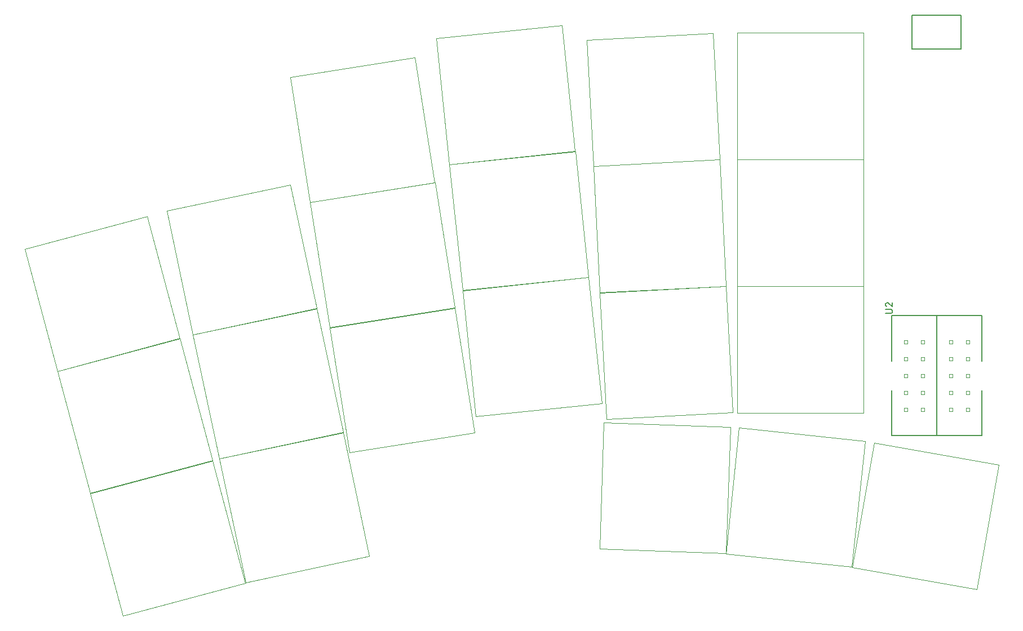
<source format=gbr>
%TF.GenerationSoftware,KiCad,Pcbnew,(6.0.0-0)*%
%TF.CreationDate,2022-02-08T20:15:09+07:00*%
%TF.ProjectId,kibod-01-mirrored-rev2,6b69626f-642d-4303-912d-6d6972726f72,rev?*%
%TF.SameCoordinates,Original*%
%TF.FileFunction,OtherDrawing,Comment*%
%FSLAX46Y46*%
G04 Gerber Fmt 4.6, Leading zero omitted, Abs format (unit mm)*
G04 Created by KiCad (PCBNEW (6.0.0-0)) date 2022-02-08 20:15:09*
%MOMM*%
%LPD*%
G01*
G04 APERTURE LIST*
%ADD10C,0.150000*%
%ADD11C,0.120000*%
%ADD12C,0.066040*%
%ADD13C,0.203200*%
%ADD14C,0.200000*%
G04 APERTURE END LIST*
D10*
%TO.C,U2*%
X143602284Y-59471153D02*
X144411808Y-59471153D01*
X144507046Y-59423534D01*
X144554665Y-59375915D01*
X144602284Y-59280677D01*
X144602284Y-59090201D01*
X144554665Y-58994963D01*
X144507046Y-58947344D01*
X144411808Y-58899725D01*
X143602284Y-58899725D01*
X143697523Y-58471153D02*
X143649904Y-58423534D01*
X143602284Y-58328296D01*
X143602284Y-58090201D01*
X143649904Y-57994963D01*
X143697523Y-57947344D01*
X143792761Y-57899725D01*
X143887999Y-57899725D01*
X144030856Y-57947344D01*
X144602284Y-58518772D01*
X144602284Y-57899725D01*
D11*
%TO.C,K-0-0*%
X14279797Y-49883762D02*
X32632387Y-44966200D01*
X37549949Y-63318790D02*
X19197359Y-68236352D01*
X32632387Y-44966200D02*
X37549949Y-63318790D01*
X19197359Y-68236352D02*
X14279797Y-49883762D01*
%TO.C,K-0-1*%
X39538891Y-62684740D02*
X35588569Y-44099936D01*
X54173373Y-40149614D02*
X58123695Y-58734418D01*
X58123695Y-58734418D02*
X39538891Y-62684740D01*
X35588569Y-44099936D02*
X54173373Y-40149614D01*
%TO.C,K-0-2*%
X54139292Y-24040315D02*
X72905371Y-21068060D01*
X57111547Y-42806394D02*
X54139292Y-24040315D01*
X72905371Y-21068060D02*
X75877626Y-39834139D01*
X75877626Y-39834139D02*
X57111547Y-42806394D01*
%TO.C,K-0-3*%
X94972367Y-16226711D02*
X96958407Y-35122627D01*
X76076451Y-18212751D02*
X94972367Y-16226711D01*
X78062491Y-37108667D02*
X76076451Y-18212751D01*
X96958407Y-35122627D02*
X78062491Y-37108667D01*
%TO.C,K-0-4*%
X117655035Y-17396132D02*
X118649418Y-36370093D01*
X99675457Y-37364476D02*
X98681074Y-18390515D01*
X98681074Y-18390515D02*
X117655035Y-17396132D01*
X118649418Y-36370093D02*
X99675457Y-37364476D01*
%TO.C,K-0-5*%
X140270357Y-17340828D02*
X140270357Y-36340828D01*
X121270357Y-36340828D02*
X121270357Y-17340828D01*
X121270357Y-17340828D02*
X140270357Y-17340828D01*
X140270357Y-36340828D02*
X121270357Y-36340828D01*
%TO.C,K-1-0*%
X42470745Y-81608744D02*
X24118155Y-86526306D01*
X37553183Y-63256154D02*
X42470745Y-81608744D01*
X19200593Y-68173716D02*
X37553183Y-63256154D01*
X24118155Y-86526306D02*
X19200593Y-68173716D01*
%TO.C,K-1-1*%
X43499605Y-81318452D02*
X39549283Y-62733648D01*
X62084409Y-77368130D02*
X43499605Y-81318452D01*
X58134087Y-58783326D02*
X62084409Y-77368130D01*
X39549283Y-62733648D02*
X58134087Y-58783326D01*
%TO.C,K-1-2*%
X75885445Y-39883522D02*
X78857700Y-58649601D01*
X57119366Y-42855777D02*
X75885445Y-39883522D01*
X78857700Y-58649601D02*
X60091621Y-61621856D01*
X60091621Y-61621856D02*
X57119366Y-42855777D01*
%TO.C,K-1-3*%
X80053759Y-56054307D02*
X78067719Y-37158391D01*
X96963635Y-35172351D02*
X98949675Y-54068267D01*
X98949675Y-54068267D02*
X80053759Y-56054307D01*
X78067719Y-37158391D02*
X96963635Y-35172351D01*
%TO.C,K-1-4*%
X100672456Y-56388368D02*
X99678073Y-37414407D01*
X99678073Y-37414407D02*
X118652034Y-36420024D01*
X119646417Y-55393985D02*
X100672456Y-56388368D01*
X118652034Y-36420024D02*
X119646417Y-55393985D01*
%TO.C,K-1-5*%
X140270357Y-55390828D02*
X121270357Y-55390828D01*
X121270357Y-36390828D02*
X140270357Y-36390828D01*
X140270357Y-36390828D02*
X140270357Y-55390828D01*
X121270357Y-55390828D02*
X121270357Y-36390828D01*
%TO.C,K-2-0*%
X24131097Y-86574602D02*
X42483687Y-81657040D01*
X42483687Y-81657040D02*
X47401249Y-100009630D01*
X47401249Y-100009630D02*
X29048659Y-104927192D01*
X29048659Y-104927192D02*
X24131097Y-86574602D01*
%TO.C,K-2-1*%
X43510004Y-81367359D02*
X62094808Y-77417037D01*
X62094808Y-77417037D02*
X66045130Y-96001841D01*
X47460326Y-99952163D02*
X43510004Y-81367359D01*
X66045130Y-96001841D02*
X47460326Y-99952163D01*
%TO.C,K-2-2*%
X81837777Y-77465063D02*
X63071698Y-80437318D01*
X78865522Y-58698984D02*
X81837777Y-77465063D01*
X63071698Y-80437318D02*
X60099443Y-61671239D01*
X60099443Y-61671239D02*
X78865522Y-58698984D01*
%TO.C,K-2-3*%
X100940941Y-73013910D02*
X82045025Y-74999950D01*
X80058985Y-56104034D02*
X98954901Y-54117994D01*
X98954901Y-54117994D02*
X100940941Y-73013910D01*
X82045025Y-74999950D02*
X80058985Y-56104034D01*
%TO.C,K-2-4*%
X120643418Y-74417878D02*
X101669457Y-75412261D01*
X101669457Y-75412261D02*
X100675074Y-56438300D01*
X119649035Y-55443917D02*
X120643418Y-74417878D01*
X100675074Y-56438300D02*
X119649035Y-55443917D01*
%TO.C,K-2-5*%
X121270357Y-74440828D02*
X121270357Y-55440828D01*
X140270357Y-74440828D02*
X121270357Y-74440828D01*
X121270357Y-55440828D02*
X140270357Y-55440828D01*
X140270357Y-55440828D02*
X140270357Y-74440828D01*
%TO.C,K-3-3*%
X101277391Y-75914786D02*
X120265817Y-76577876D01*
X100614301Y-94903212D02*
X101277391Y-75914786D01*
X120265817Y-76577876D02*
X119602727Y-95566302D01*
X119602727Y-95566302D02*
X100614301Y-94903212D01*
%TO.C,K-3-4*%
X121593921Y-76721966D02*
X140489837Y-78708006D01*
X119607881Y-95617882D02*
X121593921Y-76721966D01*
X138503797Y-97603922D02*
X119607881Y-95617882D01*
X140489837Y-78708006D02*
X138503797Y-97603922D01*
%TO.C,K-3-5*%
X141850043Y-78951613D02*
X160561390Y-82250928D01*
X160561390Y-82250928D02*
X157262075Y-100962275D01*
X157262075Y-100962275D02*
X138550728Y-97662960D01*
X138550728Y-97662960D02*
X141850043Y-78951613D01*
D12*
%TO.C,J1*%
X146366453Y-69127147D02*
X146366453Y-68619147D01*
D13*
X144491933Y-59873927D02*
X151288973Y-59873927D01*
D12*
X146366453Y-71667147D02*
X146874453Y-71667147D01*
X148906453Y-71159147D02*
X149414453Y-71159147D01*
X146874453Y-71667147D02*
X146874453Y-71159147D01*
D13*
X144491933Y-77872367D02*
X151288973Y-77872367D01*
D12*
X149414453Y-66587147D02*
X149414453Y-66079147D01*
X148906453Y-66587147D02*
X149414453Y-66587147D01*
X146366453Y-66587147D02*
X146874453Y-66587147D01*
X149414453Y-71667147D02*
X149414453Y-71159147D01*
X149414453Y-74207147D02*
X149414453Y-73699147D01*
X148906453Y-64047147D02*
X149414453Y-64047147D01*
D13*
X144491933Y-77872367D02*
X144491933Y-71072787D01*
D12*
X148906453Y-74207147D02*
X148906453Y-73699147D01*
X146874453Y-71667147D02*
X146874453Y-71159147D01*
X148906453Y-71667147D02*
X149414453Y-71667147D01*
X146366453Y-63539147D02*
X146874453Y-63539147D01*
X148906453Y-73699147D02*
X149414453Y-73699147D01*
X148906453Y-69127147D02*
X149414453Y-69127147D01*
X149414453Y-71667147D02*
X149414453Y-71159147D01*
X146366453Y-73699147D02*
X146874453Y-73699147D01*
X146874453Y-69127147D02*
X146874453Y-68619147D01*
X146366453Y-71667147D02*
X146366453Y-71159147D01*
X146366453Y-64047147D02*
X146874453Y-64047147D01*
X146366453Y-66079147D02*
X146874453Y-66079147D01*
X148906453Y-71667147D02*
X148906453Y-71159147D01*
X148906453Y-71667147D02*
X148906453Y-71159147D01*
X148906453Y-68619147D02*
X149414453Y-68619147D01*
X148906453Y-74207147D02*
X149414453Y-74207147D01*
X146366453Y-71667147D02*
X146366453Y-71159147D01*
X146366453Y-71159147D02*
X146874453Y-71159147D01*
X148906453Y-64047147D02*
X148906453Y-63539147D01*
X148906453Y-71667147D02*
X149414453Y-71667147D01*
X146366453Y-74207147D02*
X146874453Y-74207147D01*
X146874453Y-74207147D02*
X146874453Y-73699147D01*
X146874453Y-64047147D02*
X146874453Y-63539147D01*
D13*
X144491933Y-59873927D02*
X144491933Y-66673507D01*
D12*
X148906453Y-66079147D02*
X149414453Y-66079147D01*
X146366453Y-68619147D02*
X146874453Y-68619147D01*
X146366453Y-66587147D02*
X146366453Y-66079147D01*
X148906453Y-66587147D02*
X148906453Y-66079147D01*
X149414453Y-64047147D02*
X149414453Y-63539147D01*
X146366453Y-69127147D02*
X146874453Y-69127147D01*
X148906453Y-71159147D02*
X149414453Y-71159147D01*
X149414453Y-69127147D02*
X149414453Y-68619147D01*
X146366453Y-71159147D02*
X146874453Y-71159147D01*
X146366453Y-74207147D02*
X146366453Y-73699147D01*
X148906453Y-63539147D02*
X149414453Y-63539147D01*
X146366453Y-64047147D02*
X146366453Y-63539147D01*
D13*
X151288973Y-59873927D02*
X151288973Y-77872367D01*
D12*
X146874453Y-66587147D02*
X146874453Y-66079147D01*
X146366453Y-71667147D02*
X146874453Y-71667147D01*
X148906453Y-69127147D02*
X148906453Y-68619147D01*
D14*
%TO.C,U1*%
X147534853Y-14725897D02*
X147534853Y-19805897D01*
X154900853Y-19805897D02*
X154900853Y-14725897D01*
X147534853Y-19805897D02*
X154900853Y-19805897D01*
X154900853Y-14725897D02*
X147534853Y-14725897D01*
D12*
%TO.C,J2*%
X153122853Y-69127147D02*
X153122853Y-68619147D01*
X156170853Y-69127147D02*
X155662853Y-69127147D01*
X153630853Y-64047147D02*
X153630853Y-63539147D01*
X156170853Y-68619147D02*
X155662853Y-68619147D01*
X153630853Y-69127147D02*
X153122853Y-69127147D01*
X153630853Y-63539147D02*
X153122853Y-63539147D01*
X153630853Y-74207147D02*
X153630853Y-73699147D01*
X156170853Y-66587147D02*
X155662853Y-66587147D01*
X153630853Y-64047147D02*
X153122853Y-64047147D01*
X153630853Y-71159147D02*
X153122853Y-71159147D01*
D13*
X158045373Y-59873927D02*
X151248333Y-59873927D01*
D12*
X153630853Y-74207147D02*
X153122853Y-74207147D01*
X156170853Y-71667147D02*
X156170853Y-71159147D01*
X153630853Y-71667147D02*
X153122853Y-71667147D01*
X153630853Y-71159147D02*
X153122853Y-71159147D01*
X156170853Y-64047147D02*
X155662853Y-64047147D01*
X156170853Y-66587147D02*
X156170853Y-66079147D01*
D13*
X158045373Y-77872367D02*
X151248333Y-77872367D01*
D12*
X153630853Y-73699147D02*
X153122853Y-73699147D01*
X156170853Y-64047147D02*
X156170853Y-63539147D01*
X155662853Y-71667147D02*
X155662853Y-71159147D01*
X153122853Y-74207147D02*
X153122853Y-73699147D01*
D13*
X158045373Y-59873927D02*
X158045373Y-66673507D01*
D12*
X156170853Y-71667147D02*
X155662853Y-71667147D01*
X155662853Y-74207147D02*
X155662853Y-73699147D01*
X155662853Y-64047147D02*
X155662853Y-63539147D01*
X153122853Y-64047147D02*
X153122853Y-63539147D01*
X155662853Y-66587147D02*
X155662853Y-66079147D01*
X153630853Y-66079147D02*
X153122853Y-66079147D01*
D13*
X151248333Y-59873927D02*
X151248333Y-77872367D01*
D12*
X156170853Y-71159147D02*
X155662853Y-71159147D01*
X153630853Y-71667147D02*
X153630853Y-71159147D01*
X155662853Y-69127147D02*
X155662853Y-68619147D01*
X153630853Y-66587147D02*
X153122853Y-66587147D01*
X156170853Y-71159147D02*
X155662853Y-71159147D01*
X156170853Y-69127147D02*
X156170853Y-68619147D01*
X156170853Y-73699147D02*
X155662853Y-73699147D01*
X153630853Y-66587147D02*
X153630853Y-66079147D01*
D13*
X158045373Y-77872367D02*
X158045373Y-71072787D01*
D12*
X156170853Y-74207147D02*
X155662853Y-74207147D01*
X155662853Y-71667147D02*
X155662853Y-71159147D01*
X156170853Y-71667147D02*
X156170853Y-71159147D01*
X156170853Y-71667147D02*
X155662853Y-71667147D01*
X153630853Y-68619147D02*
X153122853Y-68619147D01*
X153122853Y-66587147D02*
X153122853Y-66079147D01*
X153122853Y-71667147D02*
X153122853Y-71159147D01*
X153122853Y-71667147D02*
X153122853Y-71159147D01*
X153630853Y-69127147D02*
X153630853Y-68619147D01*
X156170853Y-74207147D02*
X156170853Y-73699147D01*
X153630853Y-71667147D02*
X153122853Y-71667147D01*
X153630853Y-71667147D02*
X153630853Y-71159147D01*
X156170853Y-66079147D02*
X155662853Y-66079147D01*
X156170853Y-63539147D02*
X155662853Y-63539147D01*
%TD*%
M02*

</source>
